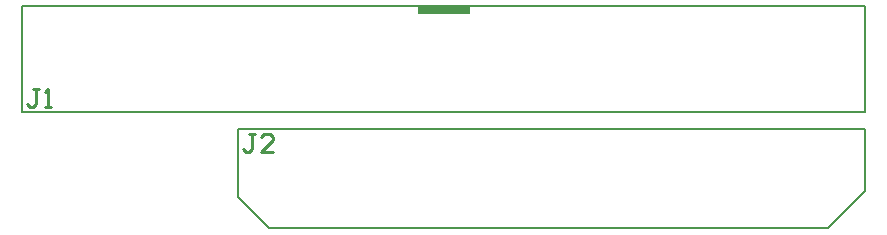
<source format=gto>
G04*
G04 #@! TF.GenerationSoftware,Altium Limited,Altium Designer,20.2.6 (244)*
G04*
G04 Layer_Color=65535*
%FSAX24Y24*%
%MOIN*%
G70*
G04*
G04 #@! TF.SameCoordinates,4ACB88D7-B294-410B-95FA-DE5AC106DB3D*
G04*
G04*
G04 #@! TF.FilePolarity,Positive*
G04*
G01*
G75*
%ADD10C,0.0079*%
%ADD11C,0.0100*%
%ADD12R,0.1772X0.0315*%
D10*
X237889Y127990D02*
Y130265D01*
Y127990D02*
X238914Y126965D01*
X237889Y130265D02*
X258789D01*
Y128190D02*
Y130265D01*
X238914Y126965D02*
X257564D01*
X258789Y128190D01*
Y130843D02*
Y134365D01*
X230695D02*
X258789D01*
X230695Y130843D02*
X258789D01*
X230695D02*
Y134365D01*
D11*
X238439Y130115D02*
X238239D01*
X238339D01*
Y129615D01*
X238239Y129515D01*
X238139D01*
X238039Y129615D01*
X239039Y129515D02*
X238639D01*
X239039Y129915D01*
Y130015D01*
X238939Y130115D01*
X238739D01*
X238639Y130015D01*
X231239Y131615D02*
X231039D01*
X231139D01*
Y131115D01*
X231039Y131015D01*
X230939D01*
X230839Y131115D01*
X231439Y131015D02*
X231639D01*
X231539D01*
Y131615D01*
X231439Y131515D01*
D12*
X244742Y134229D02*
D03*
M02*

</source>
